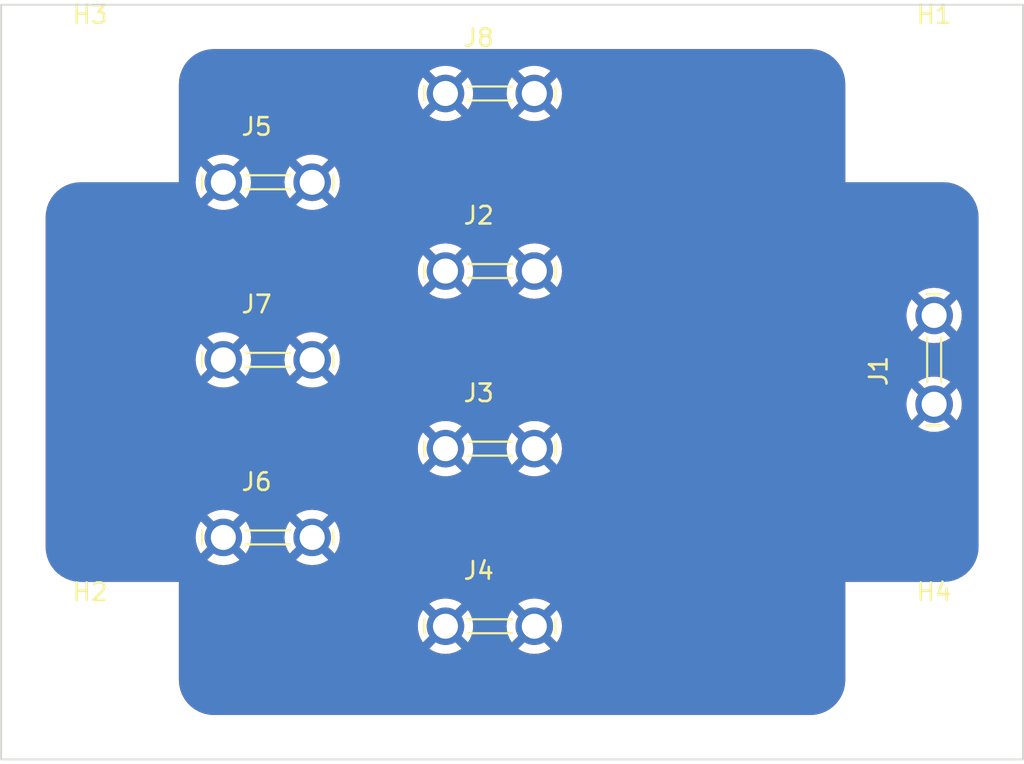
<source format=kicad_pcb>
(kicad_pcb (version 20211014) (generator pcbnew)
  (layers (0 "F.Cu" signal) (31 "B.Cu" signal) (34 "B.Paste" user) (35 "F.Paste" user) (36 "B.SilkS" user "B.Silkscreen") (37 "F.SilkS" user "F.Silkscreen") (38 "B.Mask" user) (39 "F.Mask" user) (44 "Edge.Cuts" user))
  (net 0 "")
  (net 1 "Net-(J1-Pad2)")
  (footprint "MountingHole:MountingHole_3.5mm" (layer "F.Cu") (at 162.56 81.28)
    (fp_text reference "H1" (at 0 -4.5) (layer "F.SilkS"))
    (fp_text value "MountingHole")
    (pad "" np_thru_hole circle (at 0 0) (size 3.5 3.5) (drill 3.5) (layers *.Cu *.Mask))
  )
  (footprint "Toadly:TE_Faston_20-16AWG_Straight_Tab" (layer "F.Cu") (at 124.46 106.68)
    (fp_text reference "J6" (at -0.636045 -3.180265) (layer "F.SilkS") (effects (font (size 1.001661 1.001661))))
    (fp_text value "TE_Faston_20-16AWG_Straight_Tab")
    (fp_line (start -1.27 -0.4) (end 1.27 -0.4) (layer "F.SilkS") (width 0.127))
    (fp_line (start 3.75 -0.4) (end 3.75 0.4) (layer "F.SilkS") (width 0.127))
    (fp_line (start -1.27 0.4) (end 1.27 0.4) (layer "F.SilkS") (width 0.127))
    (fp_line (start -3.75 -0.4) (end -3.75 0.4) (layer "F.SilkS") (width 0.127))
    (pad "1" thru_hole circle (at -2.54 0) (size 2.145 2.145) (drill 1.43) (layers *.Cu *.Mask) (net 1 "Net-(J1-Pad2)"))
    (pad "2" thru_hole circle (at 2.54 0) (size 2.145 2.145) (drill 1.43) (layers *.Cu *.Mask) (net 1 "Net-(J1-Pad2)"))
  )
  (footprint "Toadly:TE_Faston_20-16AWG_Straight_Tab" (layer "F.Cu") (at 124.46 86.36)
    (fp_text reference "J5" (at -0.636045 -3.180265) (layer "F.SilkS") (effects (font (size 1.001661 1.001661))))
    (fp_text value "TE_Faston_20-16AWG_Straight_Tab")
    (fp_line (start 3.75 -0.4) (end 3.75 0.4) (layer "F.SilkS") (width 0.127))
    (fp_line (start -3.75 -0.4) (end -3.75 0.4) (layer "F.SilkS") (width 0.127))
    (fp_line (start -1.27 0.4) (end 1.27 0.4) (layer "F.SilkS") (width 0.127))
    (fp_line (start -1.27 -0.4) (end 1.27 -0.4) (layer "F.SilkS") (width 0.127))
    (pad "1" thru_hole circle (at -2.54 0) (size 2.145 2.145) (drill 1.43) (layers *.Cu *.Mask) (net 1 "Net-(J1-Pad2)"))
    (pad "2" thru_hole circle (at 2.54 0) (size 2.145 2.145) (drill 1.43) (layers *.Cu *.Mask) (net 1 "Net-(J1-Pad2)"))
  )
  (footprint "Toadly:TE_Faston_20-16AWG_Straight_Tab" (layer "F.Cu") (at 162.56 96.52 90)
    (fp_text reference "J1" (at -0.636045 -3.180265 90) (layer "F.SilkS") (effects (font (size 1.001661 1.001661))))
    (fp_text value "TE_Faston_20-16AWG_Straight_Tab")
    (fp_line (start -1.27 -0.4) (end 1.27 -0.4) (layer "F.SilkS") (width 0.127))
    (fp_line (start 3.75 -0.4) (end 3.75 0.4) (layer "F.SilkS") (width 0.127))
    (fp_line (start -1.27 0.4) (end 1.27 0.4) (layer "F.SilkS") (width 0.127))
    (fp_line (start -3.75 -0.4) (end -3.75 0.4) (layer "F.SilkS") (width 0.127))
    (pad "1" thru_hole circle (at -2.54 0 90) (size 2.145 2.145) (drill 1.43) (layers *.Cu *.Mask) (net 1 "Net-(J1-Pad2)"))
    (pad "2" thru_hole circle (at 2.54 0 90) (size 2.145 2.145) (drill 1.43) (layers *.Cu *.Mask) (net 1 "Net-(J1-Pad2)"))
  )
  (footprint "Toadly:TE_Faston_20-16AWG_Straight_Tab" (layer "F.Cu") (at 124.46 96.52)
    (fp_text reference "J7" (at -0.636045 -3.180265) (layer "F.SilkS") (effects (font (size 1.001661 1.001661))))
    (fp_text value "TE_Faston_20-16AWG_Straight_Tab")
    (fp_line (start -3.75 -0.4) (end -3.75 0.4) (layer "F.SilkS") (width 0.127))
    (fp_line (start -1.27 -0.4) (end 1.27 -0.4) (layer "F.SilkS") (width 0.127))
    (fp_line (start 3.75 -0.4) (end 3.75 0.4) (layer "F.SilkS") (width 0.127))
    (fp_line (start -1.27 0.4) (end 1.27 0.4) (layer "F.SilkS") (width 0.127))
    (pad "1" thru_hole circle (at -2.54 0) (size 2.145 2.145) (drill 1.43) (layers *.Cu *.Mask) (net 1 "Net-(J1-Pad2)"))
    (pad "2" thru_hole circle (at 2.54 0) (size 2.145 2.145) (drill 1.43) (layers *.Cu *.Mask) (net 1 "Net-(J1-Pad2)"))
  )
  (footprint "Toadly:TE_Faston_20-16AWG_Straight_Tab" (layer "F.Cu") (at 137.16 101.6)
    (fp_text reference "J3" (at -0.636045 -3.180265) (layer "F.SilkS") (effects (font (size 1.001661 1.001661))))
    (fp_text value "TE_Faston_20-16AWG_Straight_Tab")
    (fp_line (start -1.27 -0.4) (end 1.27 -0.4) (layer "F.SilkS") (width 0.127))
    (fp_line (start -3.75 -0.4) (end -3.75 0.4) (layer "F.SilkS") (width 0.127))
    (fp_line (start 3.75 -0.4) (end 3.75 0.4) (layer "F.SilkS") (width 0.127))
    (fp_line (start -1.27 0.4) (end 1.27 0.4) (layer "F.SilkS") (width 0.127))
    (pad "1" thru_hole circle (at -2.54 0) (size 2.145 2.145) (drill 1.43) (layers *.Cu *.Mask) (net 1 "Net-(J1-Pad2)"))
    (pad "2" thru_hole circle (at 2.54 0) (size 2.145 2.145) (drill 1.43) (layers *.Cu *.Mask) (net 1 "Net-(J1-Pad2)"))
  )
  (footprint "MountingHole:MountingHole_3.5mm" (layer "F.Cu") (at 114.3 114.3)
    (fp_text reference "H2" (at 0 -4.5) (layer "F.SilkS"))
    (fp_text value "MountingHole")
    (pad "" np_thru_hole circle (at 0 0) (size 3.5 3.5) (drill 3.5) (layers *.Cu *.Mask))
  )
  (footprint "Toadly:TE_Faston_20-16AWG_Straight_Tab" (layer "F.Cu") (at 137.16 111.76)
    (fp_text reference "J4" (at -0.636045 -3.180265) (layer "F.SilkS") (effects (font (size 1.001661 1.001661))))
    (fp_text value "TE_Faston_20-16AWG_Straight_Tab")
    (fp_line (start -3.75 -0.4) (end -3.75 0.4) (layer "F.SilkS") (width 0.127))
    (fp_line (start -1.27 -0.4) (end 1.27 -0.4) (layer "F.SilkS") (width 0.127))
    (fp_line (start 3.75 -0.4) (end 3.75 0.4) (layer "F.SilkS") (width 0.127))
    (fp_line (start -1.27 0.4) (end 1.27 0.4) (layer "F.SilkS") (width 0.127))
    (pad "1" thru_hole circle (at -2.54 0) (size 2.145 2.145) (drill 1.43) (layers *.Cu *.Mask) (net 1 "Net-(J1-Pad2)"))
    (pad "2" thru_hole circle (at 2.54 0) (size 2.145 2.145) (drill 1.43) (layers *.Cu *.Mask) (net 1 "Net-(J1-Pad2)"))
  )
  (footprint "Toadly:TE_Faston_20-16AWG_Straight_Tab" (layer "F.Cu") (at 137.16 91.44)
    (fp_text reference "J2" (at -0.636045 -3.180265) (layer "F.SilkS") (effects (font (size 1.001661 1.001661))))
    (fp_text value "TE_Faston_20-16AWG_Straight_Tab")
    (fp_line (start -3.75 -0.4) (end -3.75 0.4) (layer "F.SilkS") (width 0.127))
    (fp_line (start 3.75 -0.4) (end 3.75 0.4) (layer "F.SilkS") (width 0.127))
    (fp_line (start -1.27 -0.4) (end 1.27 -0.4) (layer "F.SilkS") (width 0.127))
    (fp_line (start -1.27 0.4) (end 1.27 0.4) (layer "F.SilkS") (width 0.127))
    (pad "1" thru_hole circle (at -2.54 0) (size 2.145 2.145) (drill 1.43) (layers *.Cu *.Mask) (net 1 "Net-(J1-Pad2)"))
    (pad "2" thru_hole circle (at 2.54 0) (size 2.145 2.145) (drill 1.43) (layers *.Cu *.Mask) (net 1 "Net-(J1-Pad2)"))
  )
  (footprint "MountingHole:MountingHole_3.5mm" (layer "F.Cu") (at 162.56 114.3)
    (fp_text reference "H4" (at 0 -4.5) (layer "F.SilkS"))
    (fp_text value "MountingHole")
    (pad "" np_thru_hole circle (at 0 0) (size 3.5 3.5) (drill 3.5) (layers *.Cu *.Mask))
  )
  (footprint "MountingHole:MountingHole_3.5mm" (layer "F.Cu") (at 114.3 81.28)
    (fp_text reference "H3" (at 0 -4.5) (layer "F.SilkS"))
    (fp_text value "MountingHole")
    (pad "" np_thru_hole circle (at 0 0) (size 3.5 3.5) (drill 3.5) (layers *.Cu *.Mask))
  )
  (footprint "Toadly:TE_Faston_20-16AWG_Straight_Tab" (layer "F.Cu") (at 137.16 81.28)
    (fp_text reference "J8" (at -0.636045 -3.180265) (layer "F.SilkS") (effects (font (size 1.001661 1.001661))))
    (fp_text value "TE_Faston_20-16AWG_Straight_Tab")
    (fp_line (start 3.75 -0.4) (end 3.75 0.4) (layer "F.SilkS") (width 0.127))
    (fp_line (start -3.75 -0.4) (end -3.75 0.4) (layer "F.SilkS") (width 0.127))
    (fp_line (start -1.27 0.4) (end 1.27 0.4) (layer "F.SilkS") (width 0.127))
    (fp_line (start -1.27 -0.4) (end 1.27 -0.4) (layer "F.SilkS") (width 0.127))
    (pad "1" thru_hole circle (at -2.54 0) (size 2.145 2.145) (drill 1.43) (layers *.Cu *.Mask) (net 1 "Net-(J1-Pad2)"))
    (pad "2" thru_hole circle (at 2.54 0) (size 2.145 2.145) (drill 1.43) (layers *.Cu *.Mask) (net 1 "Net-(J1-Pad2)"))
  )
  (gr_rect (start 109.22 76.2) (end 167.64 119.38) (layer "Edge.Cuts") (width 0.1) (fill none))
  (zone (net 1) (net_name "Net-(J1-Pad2)") (layers F&B.Cu) (connect_pads (clearance 0.508)) (min_thickness 0.254) (fill yes (thermal_gap 0.508) (thermal_bridge_width 0.508) (smoothing fillet) (radius 2))
    (polygon (pts (xy 165.1 86.36) (xy 165.1 109.22) (xy 157.48 109.22) (xy 157.48 116.84) (xy 119.38 116.84) (xy 119.38 109.22) (xy 111.76 109.22) (xy 111.76 86.36) (xy 119.38 86.36) (xy 119.38 78.74) (xy 157.48 78.74) (xy 157.48 86.36)))
  )
)
</source>
